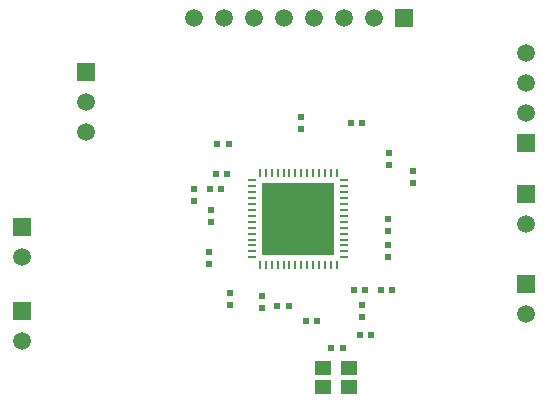
<source format=gbr>
%TF.GenerationSoftware,Altium Limited,Altium Designer,22.9.1 (49)*%
G04 Layer_Color=255*
%FSLAX45Y45*%
%MOMM*%
%TF.SameCoordinates,B14F6F0A-716E-4177-8A15-EB0EAC97BD69*%
%TF.FilePolarity,Positive*%
%TF.FileFunction,Pads,Top*%
%TF.Part,Single*%
G01*
G75*
%TA.AperFunction,SMDPad,CuDef*%
%ADD10R,1.40000X1.20000*%
%ADD11R,0.50000X0.60000*%
%ADD12O,0.80000X0.25000*%
%ADD13O,0.25000X0.80000*%
%ADD14R,6.10000X6.10000*%
%ADD15R,0.60000X0.50000*%
%TA.AperFunction,ComponentPad*%
%ADD17R,1.50000X1.50000*%
%ADD18C,1.50000*%
%ADD19R,1.50000X1.50000*%
D10*
X2832100Y807700D02*
D03*
Y647700D02*
D03*
X3052100D02*
D03*
Y807700D02*
D03*
D11*
X2996400Y977900D02*
D03*
X2896400D02*
D03*
X1967700Y2324100D02*
D03*
X1867700D02*
D03*
X3237700Y1092200D02*
D03*
X3137700D02*
D03*
X3315500Y1473200D02*
D03*
X3415500D02*
D03*
X3086900D02*
D03*
X3186900D02*
D03*
X1918500Y2451100D02*
D03*
X2018500D02*
D03*
X1931200Y2705100D02*
D03*
X2031200D02*
D03*
X3161500Y2882900D02*
D03*
X3061500D02*
D03*
X2780500Y1206500D02*
D03*
X2680500D02*
D03*
X2439200Y1333500D02*
D03*
X2539200D02*
D03*
D12*
X2229900Y2398700D02*
D03*
Y2348700D02*
D03*
Y2298700D02*
D03*
Y2248700D02*
D03*
Y2198700D02*
D03*
Y2148700D02*
D03*
Y2098700D02*
D03*
Y2048700D02*
D03*
Y1998700D02*
D03*
Y1948700D02*
D03*
Y1898700D02*
D03*
Y1848700D02*
D03*
Y1798700D02*
D03*
Y1748700D02*
D03*
X3009900D02*
D03*
Y1798700D02*
D03*
Y1848700D02*
D03*
Y1898700D02*
D03*
Y1948700D02*
D03*
Y1998700D02*
D03*
Y2048700D02*
D03*
Y2098700D02*
D03*
Y2148700D02*
D03*
Y2198700D02*
D03*
Y2248700D02*
D03*
Y2298700D02*
D03*
Y2348700D02*
D03*
Y2398700D02*
D03*
D13*
X2294900Y1683700D02*
D03*
X2344900D02*
D03*
X2394900D02*
D03*
X2444900D02*
D03*
X2494900D02*
D03*
X2544900D02*
D03*
X2594900D02*
D03*
X2644900D02*
D03*
X2694900D02*
D03*
X2744900D02*
D03*
X2794900D02*
D03*
X2844900D02*
D03*
X2894900D02*
D03*
X2944900D02*
D03*
Y2463700D02*
D03*
X2894900D02*
D03*
X2844900D02*
D03*
X2794900D02*
D03*
X2744900D02*
D03*
X2694900D02*
D03*
X2644900D02*
D03*
X2594900D02*
D03*
X2544900D02*
D03*
X2494900D02*
D03*
X2444900D02*
D03*
X2394900D02*
D03*
X2344900D02*
D03*
X2294900D02*
D03*
D14*
X2619900Y2073700D02*
D03*
D15*
X2311400Y1421600D02*
D03*
Y1321600D02*
D03*
X2044700Y1347000D02*
D03*
Y1447000D02*
D03*
X3594100Y2475700D02*
D03*
Y2375700D02*
D03*
X3390900Y2628100D02*
D03*
Y2528100D02*
D03*
X3378200Y2069300D02*
D03*
Y1969300D02*
D03*
Y1853400D02*
D03*
Y1753400D02*
D03*
X3162300Y1245400D02*
D03*
Y1345400D02*
D03*
X1866900Y1689900D02*
D03*
Y1789900D02*
D03*
X1879600Y2046300D02*
D03*
Y2146300D02*
D03*
X1739900Y2323300D02*
D03*
Y2223300D02*
D03*
X2641600Y2932900D02*
D03*
Y2832900D02*
D03*
D17*
X825500Y3314700D02*
D03*
X4546600Y1524000D02*
D03*
Y2286000D02*
D03*
X279400Y2006600D02*
D03*
Y1295400D02*
D03*
X4546600Y2717800D02*
D03*
D18*
X825500Y3060700D02*
D03*
Y2806700D02*
D03*
X4546600Y1270000D02*
D03*
Y2032000D02*
D03*
X279400Y1752600D02*
D03*
Y1041400D02*
D03*
X3263900Y3771900D02*
D03*
X3009900D02*
D03*
X2755900D02*
D03*
X2501900D02*
D03*
X2247900D02*
D03*
X1993900D02*
D03*
X1739900D02*
D03*
X4546600Y3479800D02*
D03*
Y3225800D02*
D03*
Y2971800D02*
D03*
D19*
X3517900Y3771900D02*
D03*
%TF.MD5,7fd20272e806830a609126b7554a2175*%
M02*

</source>
